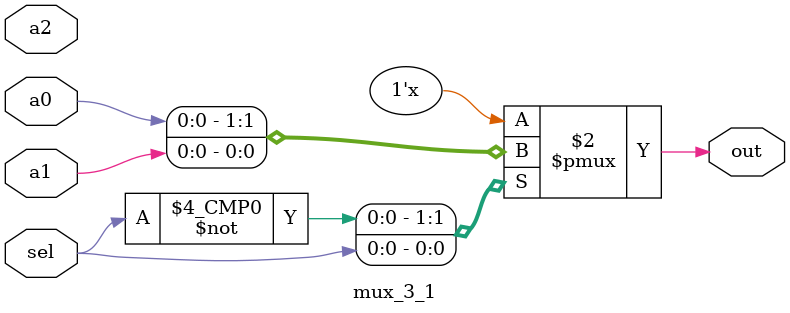
<source format=v>
/*
   Assignment No. - 6
   Problem No. - 1
   Semester - 5 (Autumn 2021-22)
   Group No. - 30
   Group Members - Vanshita Garg (19CS10064) & Ashutosh Kumar Singh (19CS30008)
*/

`timescale 1ns / 1ps

// 2x1 mux module
module mux_3_1 (input a0, input a1, input a2, input sel, output out);
    /*
      Input and output ports :
      a0 - first input (selected when sel = 0)
      a1 - second input (selected when sel = 1)
      sel - the select line
      out - the output depending on the select line
    */ 
    parameter S0 = 0, S1 = 1, S2 = 2;

    always @(*) begin
        case (sel)
            S0 : out = a0;
            S1 : out = a1;
            S2 : out = a2;
        endcase
    end
    
endmodule

</source>
